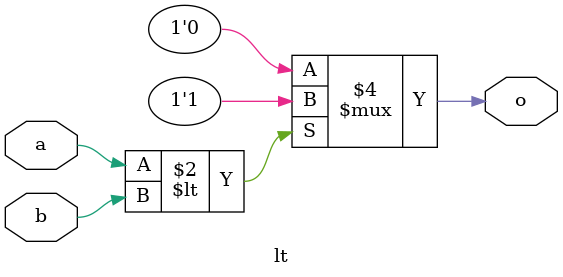
<source format=v>
`timescale 1ns / 1ps


module lt(
    input a,
    input b,
    output reg o
    );
    
    always @ (a or b) begin
        if (a < b) o = 1;
        else o = 0;
    end
endmodule

</source>
